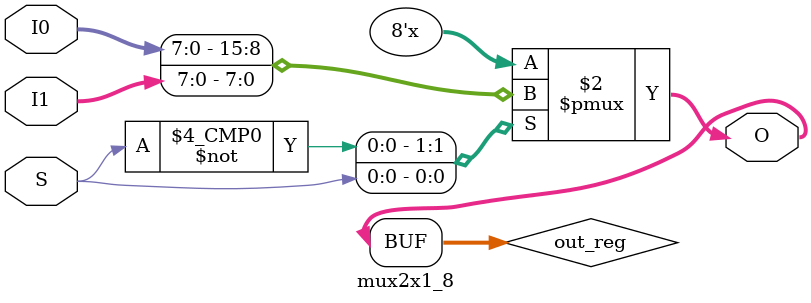
<source format=v>
`timescale 1ns / 1ps
module mux2x1_8(
    input [7:0] I0,
    input [7:0] I1,
    output [7:0] O,
    input S
    );
	
	reg [7:0] out_reg;
	assign O = out_reg;
	 
	always @(*)
	begin
		case (S)
			1'b0:	out_reg = I0;
			1'b1: out_reg = I1;
		endcase
	end


endmodule

</source>
